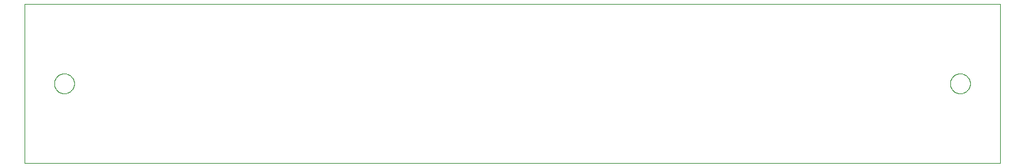
<source format=gko>
G75*
%MOIN*%
%OFA0B0*%
%FSLAX25Y25*%
%IPPOS*%
%LPD*%
%AMOC8*
5,1,8,0,0,1.08239X$1,22.5*
%
%ADD10C,0.00000*%
D10*
X0001000Y0008500D02*
X0001000Y0088461D01*
X0491000Y0088461D01*
X0491000Y0008500D01*
X0001000Y0008500D01*
X0016000Y0048500D02*
X0016002Y0048641D01*
X0016008Y0048782D01*
X0016018Y0048922D01*
X0016032Y0049062D01*
X0016050Y0049202D01*
X0016071Y0049341D01*
X0016097Y0049480D01*
X0016126Y0049618D01*
X0016160Y0049754D01*
X0016197Y0049890D01*
X0016238Y0050025D01*
X0016283Y0050159D01*
X0016332Y0050291D01*
X0016384Y0050422D01*
X0016440Y0050551D01*
X0016500Y0050678D01*
X0016563Y0050804D01*
X0016629Y0050928D01*
X0016700Y0051051D01*
X0016773Y0051171D01*
X0016850Y0051289D01*
X0016930Y0051405D01*
X0017014Y0051518D01*
X0017100Y0051629D01*
X0017190Y0051738D01*
X0017283Y0051844D01*
X0017378Y0051947D01*
X0017477Y0052048D01*
X0017578Y0052146D01*
X0017682Y0052241D01*
X0017789Y0052333D01*
X0017898Y0052422D01*
X0018010Y0052507D01*
X0018124Y0052590D01*
X0018240Y0052670D01*
X0018359Y0052746D01*
X0018480Y0052818D01*
X0018602Y0052888D01*
X0018727Y0052953D01*
X0018853Y0053016D01*
X0018981Y0053074D01*
X0019111Y0053129D01*
X0019242Y0053181D01*
X0019375Y0053228D01*
X0019509Y0053272D01*
X0019644Y0053313D01*
X0019780Y0053349D01*
X0019917Y0053381D01*
X0020055Y0053410D01*
X0020193Y0053435D01*
X0020333Y0053455D01*
X0020473Y0053472D01*
X0020613Y0053485D01*
X0020754Y0053494D01*
X0020894Y0053499D01*
X0021035Y0053500D01*
X0021176Y0053497D01*
X0021317Y0053490D01*
X0021457Y0053479D01*
X0021597Y0053464D01*
X0021737Y0053445D01*
X0021876Y0053423D01*
X0022014Y0053396D01*
X0022152Y0053366D01*
X0022288Y0053331D01*
X0022424Y0053293D01*
X0022558Y0053251D01*
X0022692Y0053205D01*
X0022824Y0053156D01*
X0022954Y0053102D01*
X0023083Y0053045D01*
X0023210Y0052985D01*
X0023336Y0052921D01*
X0023459Y0052853D01*
X0023581Y0052782D01*
X0023701Y0052708D01*
X0023818Y0052630D01*
X0023933Y0052549D01*
X0024046Y0052465D01*
X0024157Y0052378D01*
X0024265Y0052287D01*
X0024370Y0052194D01*
X0024473Y0052097D01*
X0024573Y0051998D01*
X0024670Y0051896D01*
X0024764Y0051791D01*
X0024855Y0051684D01*
X0024943Y0051574D01*
X0025028Y0051462D01*
X0025110Y0051347D01*
X0025189Y0051230D01*
X0025264Y0051111D01*
X0025336Y0050990D01*
X0025404Y0050867D01*
X0025469Y0050742D01*
X0025531Y0050615D01*
X0025588Y0050486D01*
X0025643Y0050356D01*
X0025693Y0050225D01*
X0025740Y0050092D01*
X0025783Y0049958D01*
X0025822Y0049822D01*
X0025857Y0049686D01*
X0025889Y0049549D01*
X0025916Y0049411D01*
X0025940Y0049272D01*
X0025960Y0049132D01*
X0025976Y0048992D01*
X0025988Y0048852D01*
X0025996Y0048711D01*
X0026000Y0048570D01*
X0026000Y0048430D01*
X0025996Y0048289D01*
X0025988Y0048148D01*
X0025976Y0048008D01*
X0025960Y0047868D01*
X0025940Y0047728D01*
X0025916Y0047589D01*
X0025889Y0047451D01*
X0025857Y0047314D01*
X0025822Y0047178D01*
X0025783Y0047042D01*
X0025740Y0046908D01*
X0025693Y0046775D01*
X0025643Y0046644D01*
X0025588Y0046514D01*
X0025531Y0046385D01*
X0025469Y0046258D01*
X0025404Y0046133D01*
X0025336Y0046010D01*
X0025264Y0045889D01*
X0025189Y0045770D01*
X0025110Y0045653D01*
X0025028Y0045538D01*
X0024943Y0045426D01*
X0024855Y0045316D01*
X0024764Y0045209D01*
X0024670Y0045104D01*
X0024573Y0045002D01*
X0024473Y0044903D01*
X0024370Y0044806D01*
X0024265Y0044713D01*
X0024157Y0044622D01*
X0024046Y0044535D01*
X0023933Y0044451D01*
X0023818Y0044370D01*
X0023701Y0044292D01*
X0023581Y0044218D01*
X0023459Y0044147D01*
X0023336Y0044079D01*
X0023210Y0044015D01*
X0023083Y0043955D01*
X0022954Y0043898D01*
X0022824Y0043844D01*
X0022692Y0043795D01*
X0022558Y0043749D01*
X0022424Y0043707D01*
X0022288Y0043669D01*
X0022152Y0043634D01*
X0022014Y0043604D01*
X0021876Y0043577D01*
X0021737Y0043555D01*
X0021597Y0043536D01*
X0021457Y0043521D01*
X0021317Y0043510D01*
X0021176Y0043503D01*
X0021035Y0043500D01*
X0020894Y0043501D01*
X0020754Y0043506D01*
X0020613Y0043515D01*
X0020473Y0043528D01*
X0020333Y0043545D01*
X0020193Y0043565D01*
X0020055Y0043590D01*
X0019917Y0043619D01*
X0019780Y0043651D01*
X0019644Y0043687D01*
X0019509Y0043728D01*
X0019375Y0043772D01*
X0019242Y0043819D01*
X0019111Y0043871D01*
X0018981Y0043926D01*
X0018853Y0043984D01*
X0018727Y0044047D01*
X0018602Y0044112D01*
X0018480Y0044182D01*
X0018359Y0044254D01*
X0018240Y0044330D01*
X0018124Y0044410D01*
X0018010Y0044493D01*
X0017898Y0044578D01*
X0017789Y0044667D01*
X0017682Y0044759D01*
X0017578Y0044854D01*
X0017477Y0044952D01*
X0017378Y0045053D01*
X0017283Y0045156D01*
X0017190Y0045262D01*
X0017100Y0045371D01*
X0017014Y0045482D01*
X0016930Y0045595D01*
X0016850Y0045711D01*
X0016773Y0045829D01*
X0016700Y0045949D01*
X0016629Y0046072D01*
X0016563Y0046196D01*
X0016500Y0046322D01*
X0016440Y0046449D01*
X0016384Y0046578D01*
X0016332Y0046709D01*
X0016283Y0046841D01*
X0016238Y0046975D01*
X0016197Y0047110D01*
X0016160Y0047246D01*
X0016126Y0047382D01*
X0016097Y0047520D01*
X0016071Y0047659D01*
X0016050Y0047798D01*
X0016032Y0047938D01*
X0016018Y0048078D01*
X0016008Y0048218D01*
X0016002Y0048359D01*
X0016000Y0048500D01*
X0466000Y0048500D02*
X0466002Y0048641D01*
X0466008Y0048782D01*
X0466018Y0048922D01*
X0466032Y0049062D01*
X0466050Y0049202D01*
X0466071Y0049341D01*
X0466097Y0049480D01*
X0466126Y0049618D01*
X0466160Y0049754D01*
X0466197Y0049890D01*
X0466238Y0050025D01*
X0466283Y0050159D01*
X0466332Y0050291D01*
X0466384Y0050422D01*
X0466440Y0050551D01*
X0466500Y0050678D01*
X0466563Y0050804D01*
X0466629Y0050928D01*
X0466700Y0051051D01*
X0466773Y0051171D01*
X0466850Y0051289D01*
X0466930Y0051405D01*
X0467014Y0051518D01*
X0467100Y0051629D01*
X0467190Y0051738D01*
X0467283Y0051844D01*
X0467378Y0051947D01*
X0467477Y0052048D01*
X0467578Y0052146D01*
X0467682Y0052241D01*
X0467789Y0052333D01*
X0467898Y0052422D01*
X0468010Y0052507D01*
X0468124Y0052590D01*
X0468240Y0052670D01*
X0468359Y0052746D01*
X0468480Y0052818D01*
X0468602Y0052888D01*
X0468727Y0052953D01*
X0468853Y0053016D01*
X0468981Y0053074D01*
X0469111Y0053129D01*
X0469242Y0053181D01*
X0469375Y0053228D01*
X0469509Y0053272D01*
X0469644Y0053313D01*
X0469780Y0053349D01*
X0469917Y0053381D01*
X0470055Y0053410D01*
X0470193Y0053435D01*
X0470333Y0053455D01*
X0470473Y0053472D01*
X0470613Y0053485D01*
X0470754Y0053494D01*
X0470894Y0053499D01*
X0471035Y0053500D01*
X0471176Y0053497D01*
X0471317Y0053490D01*
X0471457Y0053479D01*
X0471597Y0053464D01*
X0471737Y0053445D01*
X0471876Y0053423D01*
X0472014Y0053396D01*
X0472152Y0053366D01*
X0472288Y0053331D01*
X0472424Y0053293D01*
X0472558Y0053251D01*
X0472692Y0053205D01*
X0472824Y0053156D01*
X0472954Y0053102D01*
X0473083Y0053045D01*
X0473210Y0052985D01*
X0473336Y0052921D01*
X0473459Y0052853D01*
X0473581Y0052782D01*
X0473701Y0052708D01*
X0473818Y0052630D01*
X0473933Y0052549D01*
X0474046Y0052465D01*
X0474157Y0052378D01*
X0474265Y0052287D01*
X0474370Y0052194D01*
X0474473Y0052097D01*
X0474573Y0051998D01*
X0474670Y0051896D01*
X0474764Y0051791D01*
X0474855Y0051684D01*
X0474943Y0051574D01*
X0475028Y0051462D01*
X0475110Y0051347D01*
X0475189Y0051230D01*
X0475264Y0051111D01*
X0475336Y0050990D01*
X0475404Y0050867D01*
X0475469Y0050742D01*
X0475531Y0050615D01*
X0475588Y0050486D01*
X0475643Y0050356D01*
X0475693Y0050225D01*
X0475740Y0050092D01*
X0475783Y0049958D01*
X0475822Y0049822D01*
X0475857Y0049686D01*
X0475889Y0049549D01*
X0475916Y0049411D01*
X0475940Y0049272D01*
X0475960Y0049132D01*
X0475976Y0048992D01*
X0475988Y0048852D01*
X0475996Y0048711D01*
X0476000Y0048570D01*
X0476000Y0048430D01*
X0475996Y0048289D01*
X0475988Y0048148D01*
X0475976Y0048008D01*
X0475960Y0047868D01*
X0475940Y0047728D01*
X0475916Y0047589D01*
X0475889Y0047451D01*
X0475857Y0047314D01*
X0475822Y0047178D01*
X0475783Y0047042D01*
X0475740Y0046908D01*
X0475693Y0046775D01*
X0475643Y0046644D01*
X0475588Y0046514D01*
X0475531Y0046385D01*
X0475469Y0046258D01*
X0475404Y0046133D01*
X0475336Y0046010D01*
X0475264Y0045889D01*
X0475189Y0045770D01*
X0475110Y0045653D01*
X0475028Y0045538D01*
X0474943Y0045426D01*
X0474855Y0045316D01*
X0474764Y0045209D01*
X0474670Y0045104D01*
X0474573Y0045002D01*
X0474473Y0044903D01*
X0474370Y0044806D01*
X0474265Y0044713D01*
X0474157Y0044622D01*
X0474046Y0044535D01*
X0473933Y0044451D01*
X0473818Y0044370D01*
X0473701Y0044292D01*
X0473581Y0044218D01*
X0473459Y0044147D01*
X0473336Y0044079D01*
X0473210Y0044015D01*
X0473083Y0043955D01*
X0472954Y0043898D01*
X0472824Y0043844D01*
X0472692Y0043795D01*
X0472558Y0043749D01*
X0472424Y0043707D01*
X0472288Y0043669D01*
X0472152Y0043634D01*
X0472014Y0043604D01*
X0471876Y0043577D01*
X0471737Y0043555D01*
X0471597Y0043536D01*
X0471457Y0043521D01*
X0471317Y0043510D01*
X0471176Y0043503D01*
X0471035Y0043500D01*
X0470894Y0043501D01*
X0470754Y0043506D01*
X0470613Y0043515D01*
X0470473Y0043528D01*
X0470333Y0043545D01*
X0470193Y0043565D01*
X0470055Y0043590D01*
X0469917Y0043619D01*
X0469780Y0043651D01*
X0469644Y0043687D01*
X0469509Y0043728D01*
X0469375Y0043772D01*
X0469242Y0043819D01*
X0469111Y0043871D01*
X0468981Y0043926D01*
X0468853Y0043984D01*
X0468727Y0044047D01*
X0468602Y0044112D01*
X0468480Y0044182D01*
X0468359Y0044254D01*
X0468240Y0044330D01*
X0468124Y0044410D01*
X0468010Y0044493D01*
X0467898Y0044578D01*
X0467789Y0044667D01*
X0467682Y0044759D01*
X0467578Y0044854D01*
X0467477Y0044952D01*
X0467378Y0045053D01*
X0467283Y0045156D01*
X0467190Y0045262D01*
X0467100Y0045371D01*
X0467014Y0045482D01*
X0466930Y0045595D01*
X0466850Y0045711D01*
X0466773Y0045829D01*
X0466700Y0045949D01*
X0466629Y0046072D01*
X0466563Y0046196D01*
X0466500Y0046322D01*
X0466440Y0046449D01*
X0466384Y0046578D01*
X0466332Y0046709D01*
X0466283Y0046841D01*
X0466238Y0046975D01*
X0466197Y0047110D01*
X0466160Y0047246D01*
X0466126Y0047382D01*
X0466097Y0047520D01*
X0466071Y0047659D01*
X0466050Y0047798D01*
X0466032Y0047938D01*
X0466018Y0048078D01*
X0466008Y0048218D01*
X0466002Y0048359D01*
X0466000Y0048500D01*
M02*

</source>
